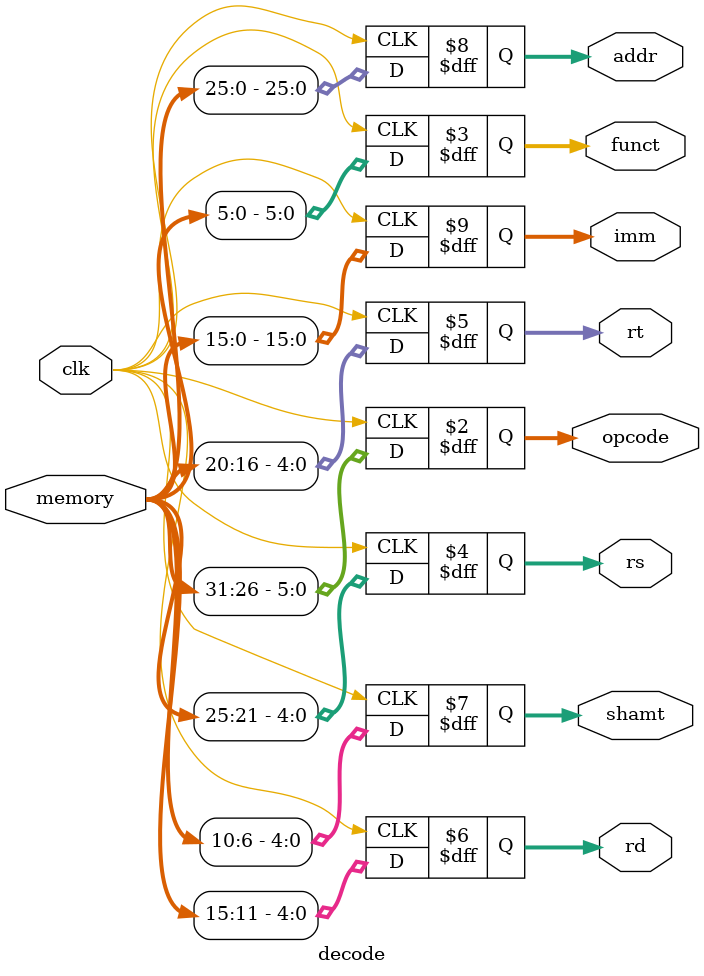
<source format=v>
module decode (
input clk,
input [31:0] memory,
output reg [5:0] opcode, funct,
output reg [4:0] rs, rt, rd, shamt,
output reg [25:0] addr,
output reg [15:0] imm
);
    always @ (negedge clk) begin
        //R type
        //opcode and funct decide the type of instruction
        opcode = memory[31:26];
        funct = memory[5:0];

        rs = memory[25:21];
        rt = memory[20:16];
        rd = memory[15:11];
        shamt = memory[10:6];

        //I type
        imm = memory[15:0];

        //J type
        addr = memory[25:0];

    end
endmodule

</source>
